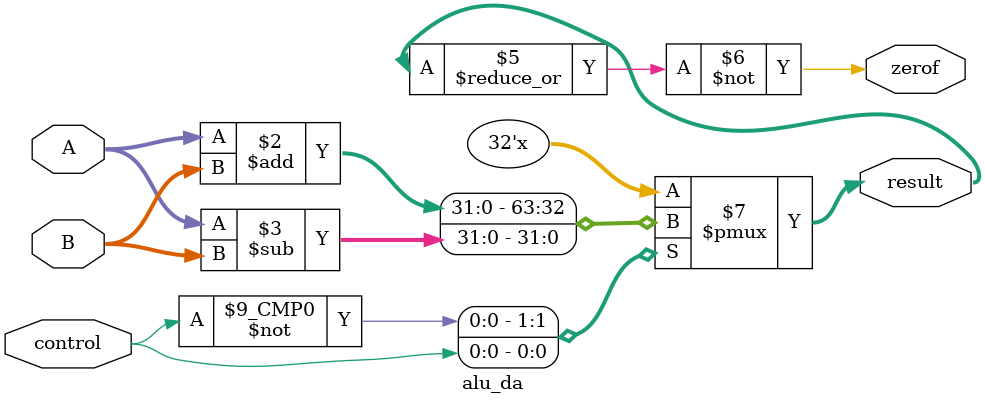
<source format=v>
`timescale 1ns / 1ps


module alu_da(
    input [31:0] A,
    input [31:0] B,
    input control,
    output reg [31:0] result, //storing result in a register
    output zerof
    );
    
always @ (*)  
begin
 
case (control)
    0: result <= A+B; //add
    1: result <= A-B; //sub
    default: result <= A+B;//default in cases of incrementing base address
endcase
end

assign zerof =~(|result);
endmodule

</source>
